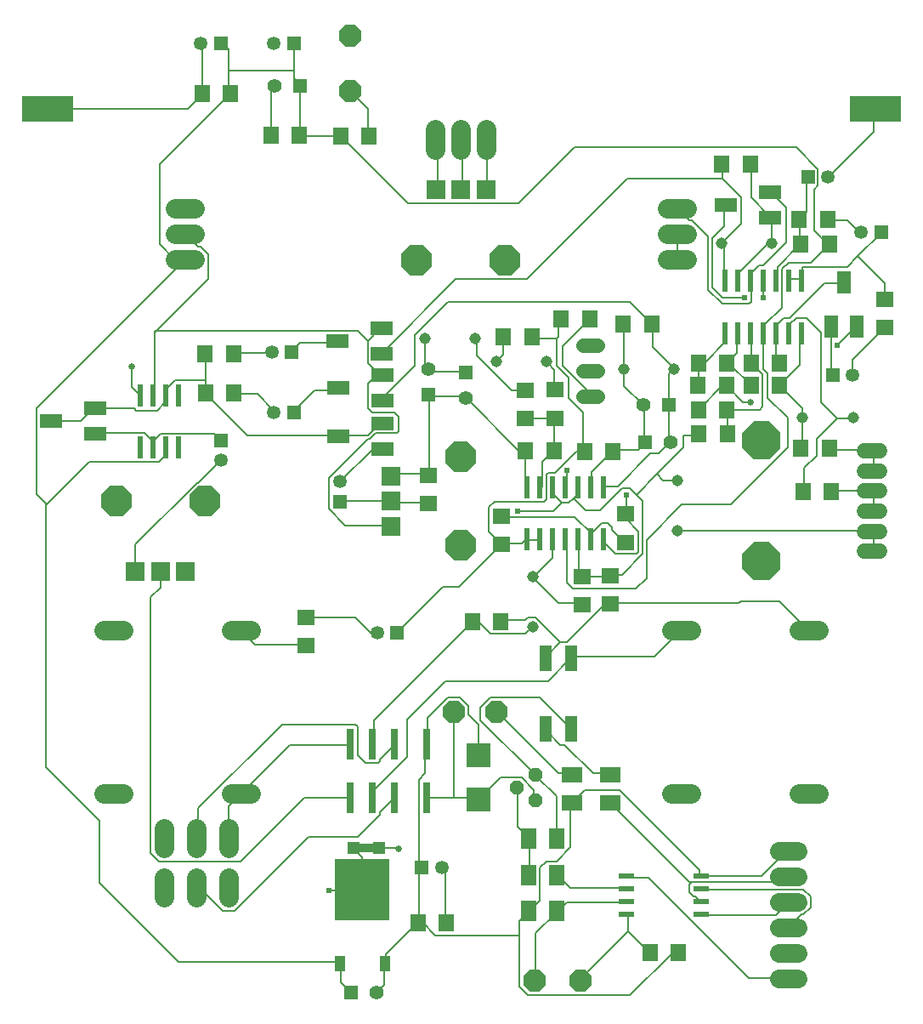
<source format=gbr>
G04 EAGLE Gerber X2 export*
%TF.Part,Single*%
%TF.FileFunction,Copper,L1,Top,Mixed*%
%TF.FilePolarity,Positive*%
%TF.GenerationSoftware,Autodesk,EAGLE,9.2.2*%
%TF.CreationDate,2019-03-12T13:45:35Z*%
G75*
%MOMM*%
%FSLAX34Y34*%
%LPD*%
%INTop Copper*%
%AMOC8*
5,1,8,0,0,1.08239X$1,22.5*%
G01*
%ADD10C,1.143000*%
%ADD11R,1.350000X1.350000*%
%ADD12C,1.350000*%
%ADD13R,1.600000X1.800000*%
%ADD14R,1.800000X1.600000*%
%ADD15C,1.408000*%
%ADD16R,1.408000X1.408000*%
%ADD17R,0.600000X2.200000*%
%ADD18C,1.950000*%
%ADD19R,0.800000X3.100000*%
%ADD20P,2.336880X8X112.500000*%
%ADD21R,1.270000X2.540000*%
%ADD22R,1.600000X1.803000*%
%ADD23R,2.184400X1.320800*%
%ADD24R,1.803000X1.600000*%
%ADD25R,1.320800X2.184400*%
%ADD26R,2.000000X1.600000*%
%ADD27R,1.600000X2.000000*%
%ADD28R,1.000000X1.600000*%
%ADD29R,5.400000X6.200000*%
%ADD30R,1.549400X0.533400*%
%ADD31R,1.879600X1.879600*%
%ADD32P,3.247170X8X292.500000*%
%ADD33P,2.336880X8X22.500000*%
%ADD34P,2.336880X8X202.500000*%
%ADD35R,2.400000X2.400000*%
%ADD36R,1.270000X1.270000*%
%ADD37C,0.812800*%
%ADD38C,1.508000*%
%ADD39P,4.123906X8X292.500000*%
%ADD40C,1.879600*%
%ADD41R,5.080000X2.540000*%
%ADD42P,1.429621X8X112.500000*%
%ADD43P,3.247170X8X202.500000*%
%ADD44C,1.955800*%
%ADD45P,3.247170X8X112.500000*%
%ADD46C,1.422400*%
%ADD47C,0.203200*%
%ADD48C,0.604800*%
%ADD49C,0.654800*%


D10*
X513722Y384460D03*
X513722Y434460D03*
D11*
X812551Y635345D03*
D12*
X832551Y635345D03*
D11*
X273939Y658477D03*
D12*
X253939Y658477D03*
D13*
X679574Y576956D03*
X707574Y576956D03*
D10*
X782905Y592749D03*
X832905Y592749D03*
X527562Y648635D03*
X477562Y648635D03*
D11*
X321794Y509377D03*
D12*
X321794Y529377D03*
D11*
X788182Y832407D03*
D12*
X808182Y832407D03*
D11*
X861071Y777583D03*
D12*
X841071Y777583D03*
D10*
X604711Y641405D03*
X654711Y641405D03*
D11*
X276089Y598484D03*
D12*
X256089Y598484D03*
D10*
X657859Y530638D03*
X657859Y480638D03*
D11*
X203425Y570566D03*
D12*
X203425Y550566D03*
D11*
X378902Y378804D03*
D12*
X358902Y378804D03*
D14*
X591425Y435479D03*
X591425Y407479D03*
D11*
X276037Y965820D03*
D12*
X256037Y965820D03*
D13*
X184396Y915428D03*
X212396Y915428D03*
X399453Y90453D03*
X427453Y90453D03*
D11*
X403109Y144963D03*
D12*
X423109Y144963D03*
D11*
X203287Y965665D03*
D12*
X183287Y965665D03*
D13*
X280920Y874103D03*
X252920Y874103D03*
D15*
X357957Y20706D03*
D16*
X332557Y20706D03*
D15*
X256960Y923048D03*
D16*
X282360Y923048D03*
D17*
X521232Y471705D03*
X521232Y523705D03*
X508532Y471705D03*
X533932Y471705D03*
X546632Y471705D03*
X508532Y523705D03*
X533932Y523705D03*
X546632Y523705D03*
X572032Y471705D03*
X572032Y523705D03*
X559332Y471705D03*
X584732Y471705D03*
X559332Y523705D03*
X584732Y523705D03*
X718251Y677263D03*
X718251Y729263D03*
X705551Y677263D03*
X730951Y677263D03*
X743651Y677263D03*
X705551Y729263D03*
X730951Y729263D03*
X743651Y729263D03*
X769051Y677263D03*
X769051Y729263D03*
X756351Y677263D03*
X781751Y677263D03*
X756351Y729263D03*
X781751Y729263D03*
D18*
X106250Y218850D02*
X86750Y218850D01*
X86750Y381150D02*
X106250Y381150D01*
X213750Y218850D02*
X233250Y218850D01*
X233250Y381150D02*
X213750Y381150D01*
D19*
X408205Y267599D03*
X376205Y267599D03*
X354205Y267599D03*
X332205Y267599D03*
X408205Y214599D03*
X376205Y214599D03*
X354205Y214599D03*
X332205Y214599D03*
D20*
X515874Y32854D03*
X561679Y32854D03*
D21*
X526483Y283179D03*
X551883Y283179D03*
X551883Y353179D03*
X526483Y353179D03*
D18*
X778750Y381150D02*
X798250Y381150D01*
X798250Y218850D02*
X778750Y218850D01*
X671250Y381150D02*
X651750Y381150D01*
X651750Y218850D02*
X671250Y218850D01*
D22*
X706993Y624985D03*
X678553Y624985D03*
D23*
X750408Y792147D03*
X706408Y804877D03*
X750408Y817607D03*
X363686Y656399D03*
X319686Y669129D03*
X363686Y681859D03*
D24*
X536457Y620752D03*
X536457Y592312D03*
D22*
X535225Y560010D03*
X506785Y560010D03*
D23*
X364540Y609573D03*
X320540Y622303D03*
X364540Y635033D03*
D22*
X604107Y686424D03*
X632547Y686424D03*
X809189Y765476D03*
X780749Y765476D03*
X730724Y845148D03*
X702284Y845148D03*
D25*
X810893Y684048D03*
X823623Y728048D03*
X836353Y684048D03*
D24*
X864531Y710902D03*
X864531Y682462D03*
X288000Y394220D03*
X288000Y365780D03*
D23*
X77998Y576990D03*
X33998Y589720D03*
X77998Y602450D03*
D26*
X553327Y237285D03*
X553327Y209285D03*
D22*
X678935Y601007D03*
X707375Y601007D03*
X807929Y790055D03*
X779489Y790055D03*
X707297Y647430D03*
X678857Y647430D03*
D27*
X537699Y173758D03*
X509699Y173758D03*
D22*
X759743Y624832D03*
X731303Y624832D03*
X811403Y519796D03*
X782963Y519796D03*
X809293Y562512D03*
X780853Y562512D03*
D27*
X509699Y137862D03*
X537699Y137862D03*
D26*
X590727Y237434D03*
X590727Y209434D03*
D22*
X453780Y390000D03*
X482220Y390000D03*
X731427Y647449D03*
X759867Y647449D03*
X565602Y559432D03*
X594042Y559432D03*
D24*
X562917Y406603D03*
X562917Y435043D03*
D22*
X513214Y673783D03*
X484774Y673783D03*
X542394Y691388D03*
X570834Y691388D03*
D28*
X321513Y49774D03*
X367113Y49774D03*
D29*
X344313Y122774D03*
D30*
X607481Y136458D03*
X607481Y123758D03*
X607481Y111058D03*
X607481Y98358D03*
X681649Y98358D03*
X681649Y111058D03*
X681649Y123758D03*
X681649Y136458D03*
D31*
X168000Y440000D03*
X143000Y440000D03*
X118000Y440000D03*
D32*
X187000Y510000D03*
X99000Y510000D03*
D33*
X332290Y918003D03*
D34*
X332290Y973295D03*
D35*
X460171Y257116D03*
X460171Y213116D03*
D36*
X335188Y164867D03*
X360588Y164867D03*
D37*
X335188Y164867D01*
D38*
X844462Y539996D02*
X859542Y539996D01*
X859542Y559996D02*
X844462Y559996D01*
X844462Y459996D02*
X859542Y459996D01*
X859542Y519996D02*
X844462Y519996D01*
X844462Y499996D02*
X859542Y499996D01*
X859542Y479996D02*
X844462Y479996D01*
D39*
X742002Y569996D03*
X742002Y449996D03*
D40*
X759298Y161666D02*
X778094Y161666D01*
X778094Y136266D02*
X759298Y136266D01*
X759298Y110866D02*
X778094Y110866D01*
X778094Y85466D02*
X759298Y85466D01*
X759298Y60066D02*
X778094Y60066D01*
X778094Y34666D02*
X759298Y34666D01*
D18*
X146800Y115500D02*
X146800Y135000D01*
X178800Y135000D02*
X178800Y115500D01*
X210800Y115500D02*
X210800Y135000D01*
X210800Y165000D02*
X210800Y184500D01*
X178800Y184500D02*
X178800Y165000D01*
X146800Y165000D02*
X146800Y184500D01*
D10*
X702253Y766759D03*
X752253Y766759D03*
D41*
X855323Y900000D03*
X30529Y900000D03*
D42*
X516971Y237414D03*
X497921Y224714D03*
X516971Y212014D03*
D13*
X350791Y873022D03*
X322791Y873022D03*
D27*
X537699Y101966D03*
X509699Y101966D03*
D24*
X506739Y591943D03*
X506739Y620383D03*
D15*
X409773Y641036D03*
D16*
X409773Y615636D03*
D15*
X447437Y612644D03*
D16*
X447437Y638044D03*
D15*
X651406Y568795D03*
D16*
X626006Y568795D03*
D15*
X623884Y605694D03*
D16*
X649284Y605694D03*
D10*
X406382Y672032D03*
X456382Y672032D03*
D22*
X215728Y656933D03*
X187288Y656933D03*
X187898Y617508D03*
X216338Y617508D03*
D31*
X372500Y535000D03*
X372500Y510000D03*
X372500Y485000D03*
D43*
X442500Y554000D03*
X442500Y466000D03*
D23*
X364357Y561834D03*
X320357Y574564D03*
X364357Y587294D03*
D24*
X482818Y466620D03*
X482818Y495060D03*
X606637Y468766D03*
X606637Y497206D03*
D17*
X148250Y615223D03*
X148250Y563223D03*
X160950Y615223D03*
X135550Y615223D03*
X122850Y615223D03*
X160950Y563223D03*
X135550Y563223D03*
X122850Y563223D03*
D13*
X659112Y60270D03*
X631112Y60270D03*
D33*
X477780Y300331D03*
X435292Y300368D03*
D24*
X409972Y507407D03*
X409972Y535847D03*
D44*
X647613Y800970D02*
X667171Y800970D01*
X667171Y775570D02*
X647613Y775570D01*
X647613Y750170D02*
X667171Y750170D01*
X177171Y800970D02*
X157613Y800970D01*
X157613Y775570D02*
X177171Y775570D01*
X177171Y750170D02*
X157613Y750170D01*
X416592Y860109D02*
X416592Y879667D01*
X441992Y879667D02*
X441992Y860109D01*
X467392Y860109D02*
X467392Y879667D01*
D31*
X467500Y820000D03*
X442500Y820000D03*
X417500Y820000D03*
D45*
X486500Y750000D03*
X398500Y750000D03*
D46*
X563798Y613850D02*
X578022Y613850D01*
X578022Y639250D02*
X563798Y639250D01*
X563798Y664650D02*
X578022Y664650D01*
D47*
X780318Y767416D02*
X780318Y789867D01*
X779489Y790055D01*
X780318Y767416D02*
X780749Y765476D01*
X757867Y742924D02*
X757867Y730678D01*
X757867Y742924D02*
X780318Y765375D01*
X757867Y730678D02*
X756351Y729263D01*
X780318Y765375D02*
X780749Y765476D01*
X786441Y798031D02*
X786441Y830687D01*
X786441Y798031D02*
X780318Y791908D01*
X786441Y830687D02*
X788182Y832407D01*
X780318Y791908D02*
X779489Y790055D01*
X561931Y408200D02*
X539480Y408200D01*
X514988Y432692D01*
X561931Y408200D02*
X562917Y406603D01*
X514988Y432692D02*
X513722Y434460D01*
X533357Y453102D02*
X533357Y471471D01*
X533357Y453102D02*
X514988Y434733D01*
X533357Y471471D02*
X533932Y471705D01*
X514988Y434733D02*
X513722Y434460D01*
X459881Y389831D02*
X455799Y389831D01*
X459881Y389831D02*
X472127Y377585D01*
X506824Y377585D01*
X512947Y383708D01*
X455799Y389831D02*
X453780Y390000D01*
X512947Y383708D02*
X513722Y384460D01*
X355790Y291863D02*
X355790Y269412D01*
X355790Y291863D02*
X453758Y389831D01*
X355790Y269412D02*
X354205Y267599D01*
X453758Y389831D02*
X453780Y390000D01*
X836353Y684048D02*
X837466Y685776D01*
X704801Y783744D02*
X704801Y804154D01*
X704801Y783744D02*
X692555Y771498D01*
X692555Y722514D01*
X702760Y712309D01*
X725211Y712309D01*
X704801Y804154D02*
X706408Y804877D01*
X835425Y683735D02*
X817056Y665366D01*
X835425Y683735D02*
X836353Y684048D01*
D48*
X725211Y712309D03*
X817056Y665366D03*
D47*
X702913Y624985D02*
X678935Y601007D01*
X723368Y608611D02*
X731210Y608611D01*
D49*
X731210Y608611D03*
D47*
X723368Y608611D02*
X706993Y624985D01*
X832551Y635345D02*
X833384Y636792D01*
X832551Y650482D02*
X864531Y682462D01*
X832551Y650482D02*
X832551Y635345D01*
X810933Y636792D02*
X810933Y683735D01*
X810893Y684048D01*
X810933Y636792D02*
X812551Y635345D01*
X757867Y677612D02*
X757867Y685776D01*
X757867Y677612D02*
X756351Y677263D01*
X756533Y650783D02*
X759867Y647449D01*
X804810Y726596D02*
X823179Y726596D01*
X804810Y726596D02*
X770113Y691899D01*
X763990Y691899D01*
X757867Y685776D01*
X823179Y726596D02*
X823623Y728048D01*
X757867Y685776D02*
X756351Y677263D01*
X755826Y675571D02*
X755826Y651751D01*
X759867Y647449D01*
X755826Y675571D02*
X756351Y677263D01*
X704801Y675571D02*
X704801Y667407D01*
X704801Y675571D02*
X705551Y677263D01*
X704801Y667407D02*
X686432Y649038D01*
X704801Y667407D02*
X705551Y677263D01*
X678857Y647430D02*
X678857Y625289D01*
X678553Y624985D01*
X708095Y644956D02*
X707297Y647430D01*
X707170Y647309D01*
X717047Y657202D02*
X717047Y675571D01*
X717047Y657202D02*
X708883Y649038D01*
X717047Y675571D02*
X718251Y677263D01*
X708883Y649038D02*
X707297Y647430D01*
X709138Y646997D02*
X731303Y624832D01*
X709138Y646997D02*
X708883Y646997D01*
X706842Y646997D01*
X707297Y647430D02*
X708883Y646997D01*
X729293Y677612D02*
X729293Y685776D01*
X729293Y677612D02*
X730951Y677263D01*
X731427Y647449D02*
X731516Y645434D01*
X731334Y647476D02*
X731334Y675571D01*
X731334Y647476D02*
X731427Y647449D01*
X731334Y675571D02*
X730951Y677263D01*
X742571Y603790D02*
X739788Y601007D01*
X709441Y601007D01*
X707375Y601007D01*
X742571Y636305D02*
X731427Y647449D01*
X742571Y636305D02*
X742571Y603790D01*
X707574Y599140D02*
X707574Y576956D01*
X707574Y599140D02*
X709441Y601007D01*
X782359Y591890D02*
X782359Y563316D01*
X780853Y562512D01*
X782359Y591890D02*
X782905Y592749D01*
X782359Y593931D01*
X780318Y675571D02*
X781751Y677263D01*
X782359Y602216D02*
X782359Y591890D01*
X782359Y602216D02*
X759743Y624832D01*
X780318Y645406D01*
X780318Y675571D01*
X784400Y542906D02*
X784400Y520455D01*
X784400Y542906D02*
X796646Y555152D01*
X796646Y571480D01*
X817056Y591890D01*
X831343Y591890D01*
X784400Y520455D02*
X782963Y519796D01*
X831343Y591890D02*
X832905Y592749D01*
X770113Y677612D02*
X770113Y685776D01*
X776236Y691899D01*
X786441Y691899D01*
X800728Y677612D01*
X800728Y608218D01*
X817056Y591890D01*
X770113Y677612D02*
X769051Y677263D01*
X127198Y577603D02*
X78214Y577603D01*
X127198Y577603D02*
X135362Y569439D01*
X135362Y563316D01*
X78214Y577603D02*
X77998Y576990D01*
X135362Y563316D02*
X135550Y563223D01*
X197001Y576990D02*
X203425Y570566D01*
X197001Y576990D02*
X165518Y576990D01*
X165220Y577289D01*
X143212Y577289D01*
X135362Y569439D01*
X286396Y214305D02*
X223125Y151034D01*
X141485Y151034D01*
X133321Y159198D01*
X133321Y414080D01*
X143000Y423759D02*
X143000Y440000D01*
X143000Y423759D02*
X133321Y414080D01*
X286396Y214305D02*
X331911Y214305D01*
X332205Y214599D01*
X812974Y520455D02*
X851753Y520455D01*
X812974Y520455D02*
X811403Y519796D01*
X851753Y520455D02*
X852002Y519996D01*
X853794Y518414D02*
X853794Y500045D01*
X852002Y499996D01*
X853794Y518414D02*
X852002Y519996D01*
X851753Y561275D02*
X810933Y561275D01*
X809293Y562512D01*
X851753Y561275D02*
X852002Y559996D01*
X853794Y559234D02*
X853794Y540865D01*
X852002Y539996D01*
X853794Y559234D02*
X852002Y559996D01*
X702760Y830687D02*
X702760Y844974D01*
X702760Y830687D02*
X721129Y812318D01*
X721129Y785785D01*
X702760Y767416D01*
X702760Y844974D02*
X702284Y845148D01*
X702760Y767416D02*
X702253Y766759D01*
X704801Y763334D02*
X704801Y730678D01*
X704801Y763334D02*
X702760Y765375D01*
X704801Y730678D02*
X705551Y729263D01*
X702760Y765375D02*
X702253Y766759D01*
X702760Y830687D02*
X608128Y830687D01*
X508119Y730678D01*
X437430Y730678D01*
X363686Y656934D01*
X363686Y656399D01*
X731334Y812318D02*
X731334Y844974D01*
X731334Y812318D02*
X749703Y793949D01*
X731334Y844974D02*
X730724Y845148D01*
X749703Y793949D02*
X750408Y792147D01*
X719088Y736801D02*
X719088Y730678D01*
X719088Y736801D02*
X747662Y765375D01*
X751744Y765375D01*
X719088Y730678D02*
X718251Y729263D01*
X751744Y765375D02*
X752253Y766759D01*
X751744Y767416D02*
X751744Y791908D01*
X750408Y792147D01*
X751744Y767416D02*
X752253Y766759D01*
X478250Y649038D02*
X477562Y648635D01*
X483602Y678538D02*
X482410Y679730D01*
X482332Y677262D02*
X482332Y673880D01*
X482332Y677262D02*
X483602Y678531D01*
X483602Y678538D01*
X484548Y671664D02*
X484774Y671438D01*
X484548Y671664D02*
X482332Y673880D01*
X484774Y655847D02*
X477562Y648635D01*
X484774Y655847D02*
X484774Y673783D01*
X484548Y671664D02*
X484373Y671489D01*
X484774Y673783D01*
X535398Y640874D02*
X535398Y622505D01*
X535398Y640874D02*
X529275Y646997D01*
X535398Y622505D02*
X536457Y620752D01*
X529275Y646997D02*
X527562Y648635D01*
X535398Y591890D02*
X506824Y591890D01*
X506739Y591943D01*
X535398Y591890D02*
X535398Y561275D01*
X535225Y560010D01*
X535398Y591890D02*
X536457Y592312D01*
X523152Y549029D02*
X523152Y524537D01*
X523152Y549029D02*
X533357Y559234D01*
X523152Y524537D02*
X521232Y523705D01*
X533357Y559234D02*
X535225Y560010D01*
X682350Y97968D02*
X755826Y97968D01*
X768072Y110214D01*
X682350Y97968D02*
X681649Y98358D01*
X768072Y110214D02*
X768696Y110866D01*
X680309Y112255D02*
X676227Y116337D01*
X674186Y116337D01*
X670104Y120419D01*
X670104Y128583D01*
X672145Y130624D01*
X763990Y130624D01*
X768072Y134706D01*
X681649Y111058D02*
X680309Y112255D01*
X768072Y134706D02*
X768696Y136266D01*
X670104Y130624D02*
X592546Y208182D01*
X670104Y130624D02*
X672145Y130624D01*
X592546Y208182D02*
X590727Y209434D01*
X783257Y123330D02*
X790558Y116029D01*
X790558Y105703D01*
X783257Y98402D01*
X781632Y98402D01*
X768696Y85466D01*
X682077Y123330D02*
X681649Y123758D01*
X682077Y123330D02*
X783257Y123330D01*
X629284Y134706D02*
X608874Y134706D01*
X629284Y134706D02*
X729293Y34697D01*
X768072Y34697D01*
X608874Y134706D02*
X607481Y136458D01*
X768072Y34697D02*
X768696Y34666D01*
X551726Y238797D02*
X539480Y238797D01*
X478250Y300027D01*
X551726Y238797D02*
X553327Y237285D01*
X478250Y300027D02*
X477780Y300331D01*
X435389Y214305D02*
X408856Y214305D01*
X435389Y214305D02*
X459881Y214305D01*
X460171Y213116D01*
X408856Y214305D02*
X408205Y214599D01*
X514988Y212264D02*
X514988Y222469D01*
X502742Y234715D01*
X482332Y234715D01*
X461922Y214305D01*
X514988Y212264D02*
X516971Y212014D01*
X461922Y214305D02*
X460171Y213116D01*
X435389Y214305D02*
X435389Y300027D01*
X435292Y300368D01*
X510906Y173485D02*
X510906Y138788D01*
X509699Y137862D01*
X510906Y173485D02*
X509699Y173758D01*
X498660Y185731D02*
X498660Y224510D01*
X498660Y185731D02*
X508865Y175526D01*
X498660Y224510D02*
X497921Y224714D01*
X508865Y175526D02*
X509699Y173758D01*
X551726Y124501D02*
X606833Y124501D01*
X551726Y124501D02*
X539480Y136747D01*
X606833Y124501D02*
X607481Y123758D01*
X539480Y136747D02*
X537699Y137862D01*
X459881Y257166D02*
X459881Y287781D01*
X449676Y297986D01*
X449676Y306150D01*
X441512Y314314D01*
X429266Y314314D01*
X408856Y293904D01*
X408856Y269412D01*
X459881Y257166D02*
X460171Y257116D01*
X408856Y269412D02*
X408205Y267599D01*
X365995Y48984D02*
X365995Y28574D01*
X359872Y22451D01*
X365995Y48984D02*
X367113Y49774D01*
X359872Y22451D02*
X357957Y20706D01*
X400692Y91845D02*
X400692Y142870D01*
X402733Y144911D01*
X400692Y91845D02*
X399453Y90453D01*
X402733Y144911D02*
X403109Y144963D01*
X368036Y59189D02*
X368036Y51025D01*
X368036Y59189D02*
X398651Y89804D01*
X368036Y51025D02*
X367113Y49774D01*
X398651Y89804D02*
X399453Y90453D01*
X406815Y238797D02*
X406815Y267371D01*
X406815Y238797D02*
X400692Y232674D01*
X400692Y148993D01*
X402733Y146952D01*
X406815Y267371D02*
X408205Y267599D01*
X402733Y146952D02*
X403109Y144963D01*
X682350Y136747D02*
X741539Y136747D01*
X768072Y163280D01*
X682350Y136747D02*
X681649Y136458D01*
X768072Y163280D02*
X768696Y161666D01*
X657858Y59189D02*
X651735Y59189D01*
X610915Y18369D01*
X508865Y18369D01*
X500701Y26533D01*
X500701Y77558D02*
X500701Y91845D01*
X500701Y77558D02*
X500701Y26533D01*
X500701Y91845D02*
X508865Y100009D01*
X657858Y59189D02*
X659112Y60270D01*
X509699Y101966D02*
X508865Y100009D01*
X551726Y165321D02*
X551726Y208182D01*
X551726Y165321D02*
X537439Y151034D01*
X527234Y151034D01*
X521111Y144911D01*
X521111Y112255D01*
X510906Y102050D01*
X551726Y208182D02*
X553327Y209285D01*
X510906Y102050D02*
X509699Y101966D01*
X680309Y136747D02*
X680309Y142870D01*
X600710Y222469D01*
X566013Y222469D01*
X553767Y210223D01*
X680309Y136747D02*
X681649Y136458D01*
X553327Y209285D02*
X553767Y210223D01*
X404774Y89804D02*
X400692Y89804D01*
X404774Y89804D02*
X417020Y77558D01*
X500701Y77558D01*
X400692Y89804D02*
X399453Y90453D01*
X547644Y110214D02*
X606833Y110214D01*
X547644Y110214D02*
X539480Y102050D01*
X606833Y110214D02*
X607481Y111058D01*
X539480Y102050D02*
X537699Y101966D01*
X517029Y79599D02*
X517029Y34697D01*
X517029Y79599D02*
X537439Y100009D01*
X517029Y34697D02*
X515874Y32854D01*
X537439Y100009D02*
X537699Y101966D01*
X574177Y238797D02*
X590505Y238797D01*
X574177Y238797D02*
X545603Y267371D01*
X541521Y267371D01*
X527234Y281658D01*
X590505Y238797D02*
X590727Y237434D01*
X527234Y281658D02*
X526483Y283179D01*
X331298Y267371D02*
X272109Y267371D01*
X225166Y220428D01*
X331298Y267371D02*
X332205Y267599D01*
X225166Y220428D02*
X223500Y218850D01*
X210879Y206141D02*
X210879Y165321D01*
X210879Y206141D02*
X223125Y218387D01*
X210879Y165321D02*
X210800Y165000D01*
X223125Y218387D02*
X223500Y218850D01*
X361913Y200018D02*
X376200Y214305D01*
X361913Y200018D02*
X361913Y197977D01*
X339462Y175526D01*
X290478Y175526D01*
X217002Y102050D01*
X204756Y102050D01*
X180264Y126542D01*
X180264Y134706D01*
X376200Y214305D02*
X376205Y214599D01*
X180264Y134706D02*
X178800Y135000D01*
X352530Y378804D02*
X358902Y378804D01*
X352530Y378804D02*
X337114Y394220D01*
X288000Y394220D01*
X376200Y267371D02*
X361913Y253084D01*
X361913Y251043D01*
X359872Y249002D01*
X347626Y249002D01*
X339462Y257166D01*
X339462Y285740D01*
X337421Y287781D01*
X263945Y287781D01*
X180264Y204100D01*
X180264Y165321D01*
X376200Y267371D02*
X376205Y267599D01*
X180264Y165321D02*
X178800Y165000D01*
X553767Y355134D02*
X635407Y355134D01*
X659899Y379626D01*
X553767Y355134D02*
X551883Y353179D01*
X659899Y379626D02*
X661500Y381150D01*
X355790Y222469D02*
X355790Y216346D01*
X355790Y222469D02*
X388414Y255093D01*
X388414Y292179D01*
X426877Y330642D01*
X529275Y330642D01*
X551726Y353093D01*
X355790Y216346D02*
X354205Y214599D01*
X551726Y353093D02*
X551883Y353179D01*
X553767Y422487D02*
X547644Y428610D01*
X627243Y433302D02*
X627243Y471391D01*
X627243Y433302D02*
X616428Y422487D01*
X553767Y422487D01*
X627243Y471391D02*
X662319Y506467D01*
X210879Y938860D02*
X210879Y959270D01*
X210879Y938860D02*
X210879Y916409D01*
X210879Y959270D02*
X204756Y965393D01*
X210879Y916409D02*
X212396Y915428D01*
X204756Y965393D02*
X203287Y965665D01*
X282314Y873548D02*
X321093Y873548D01*
X322791Y873022D01*
X282314Y873548D02*
X280920Y874103D01*
X276191Y930696D02*
X276191Y938860D01*
X276191Y965393D01*
X276191Y930696D02*
X282314Y924573D01*
X276191Y965393D02*
X276037Y965820D01*
X282314Y924573D02*
X282360Y923048D01*
X282314Y922532D02*
X282314Y875589D01*
X280920Y874103D01*
X282314Y922532D02*
X282360Y923048D01*
X276191Y938860D02*
X210879Y938860D01*
X323134Y48984D02*
X323134Y30615D01*
X331298Y22451D01*
X323134Y48984D02*
X321513Y49774D01*
X331298Y22451D02*
X332557Y20706D01*
X149649Y563316D02*
X148250Y563223D01*
X161235Y51025D02*
X321093Y51025D01*
X161235Y51025D02*
X82538Y129721D01*
X82538Y191618D01*
X29230Y244926D01*
X29230Y506168D01*
X29935Y506873D02*
X72091Y549029D01*
X29935Y506873D02*
X29230Y506168D01*
X72091Y549029D02*
X141485Y549029D01*
X147608Y555152D01*
X147608Y561275D01*
X321093Y51025D02*
X321513Y49774D01*
X147608Y561275D02*
X148250Y563223D01*
X280273Y873548D02*
X280920Y874103D01*
X20010Y516797D02*
X29935Y506873D01*
X20010Y602288D02*
X167392Y750170D01*
X20010Y602288D02*
X20010Y516797D01*
X157027Y750170D02*
X167392Y750170D01*
X157027Y750170D02*
X142114Y765702D01*
X142114Y845147D02*
X212396Y915428D01*
X142114Y845147D02*
X142114Y765702D01*
X322791Y873022D02*
X389617Y806195D01*
X547644Y470693D02*
X547644Y428610D01*
X547644Y470693D02*
X546632Y471705D01*
X711223Y506467D02*
X768072Y563316D01*
X711223Y506467D02*
X662319Y506467D01*
X808892Y764306D02*
X808892Y765375D01*
X745621Y685776D02*
X745621Y677612D01*
X808892Y765375D02*
X809189Y765476D01*
X745621Y677612D02*
X743651Y677263D01*
X745621Y685776D02*
X741539Y685776D01*
X745621Y685776D02*
X743651Y677263D01*
X743651Y640998D01*
X747791Y636858D01*
X747791Y612919D01*
X768072Y592638D01*
X768072Y563316D01*
X499830Y806195D02*
X555859Y862224D01*
X797998Y840427D02*
X797998Y824387D01*
X793955Y779243D02*
X808892Y764306D01*
X793955Y820344D02*
X797998Y824387D01*
X793955Y820344D02*
X793955Y779243D01*
X797998Y840427D02*
X776201Y862224D01*
X555859Y862224D01*
X499830Y806195D02*
X389617Y806195D01*
X790968Y747255D02*
X809189Y765476D01*
X790968Y747255D02*
X768707Y747255D01*
X762417Y740965D01*
X762417Y702572D01*
X745621Y685776D01*
X590505Y406159D02*
X584382Y406159D01*
X547644Y369421D01*
X541521Y369421D01*
X527234Y355134D01*
X590505Y406159D02*
X591425Y407479D01*
X527234Y355134D02*
X526483Y353179D01*
X506824Y391872D02*
X482332Y391872D01*
X506824Y391872D02*
X508865Y393913D01*
X517029Y393913D01*
X541521Y369421D01*
X482220Y390000D02*
X482332Y391872D01*
X184346Y916409D02*
X184346Y965393D01*
X184346Y916409D02*
X184396Y915428D01*
X184346Y965393D02*
X183287Y965665D01*
X253740Y920491D02*
X253740Y875589D01*
X253740Y920491D02*
X255781Y922532D01*
X253740Y875589D02*
X252920Y874103D01*
X255781Y922532D02*
X256960Y923048D01*
X237412Y367380D02*
X286396Y367380D01*
X237412Y367380D02*
X225166Y379626D01*
X286396Y367380D02*
X288000Y365780D01*
X225166Y379626D02*
X223500Y381150D01*
X122850Y615223D02*
X123116Y616382D01*
X167392Y800970D02*
X165977Y802113D01*
X547644Y540865D02*
X547644Y524537D01*
X546632Y523705D01*
X170059Y900081D02*
X31271Y900081D01*
X170059Y900081D02*
X184346Y914368D01*
X31271Y900081D02*
X30529Y900000D01*
X184346Y914368D02*
X184396Y915428D01*
X310888Y122460D02*
X343544Y122460D01*
X344313Y122774D01*
X592546Y408200D02*
X719088Y408200D01*
X721129Y410241D01*
X759908Y410241D01*
X788482Y381667D01*
X592546Y408200D02*
X591425Y407479D01*
X788482Y381667D02*
X788500Y381150D01*
D48*
X547644Y540865D03*
X310888Y122460D03*
D47*
X344313Y155742D02*
X335188Y164867D01*
X344313Y155742D02*
X344313Y122774D01*
X122850Y615223D02*
X114576Y623496D01*
X114576Y643942D01*
D49*
X114576Y643942D03*
D47*
X808892Y789867D02*
X827261Y789867D01*
X839507Y777621D01*
X808892Y789867D02*
X807929Y790055D01*
X839507Y777621D02*
X841071Y777583D01*
X743580Y728637D02*
X743580Y712309D01*
X743580Y728637D02*
X743651Y729263D01*
X853794Y877630D02*
X853794Y898040D01*
X853794Y877630D02*
X808892Y832728D01*
X853794Y898040D02*
X855323Y900000D01*
X808892Y832728D02*
X808182Y832407D01*
D48*
X743580Y712309D03*
D47*
X608874Y97968D02*
X608874Y81640D01*
X629284Y61230D01*
X608874Y97968D02*
X607481Y98358D01*
X629284Y61230D02*
X631112Y60270D01*
X427225Y91845D02*
X427225Y140829D01*
X423143Y144911D01*
X427225Y91845D02*
X427453Y90453D01*
X423143Y144911D02*
X423109Y144963D01*
X537439Y175526D02*
X537439Y216346D01*
X517029Y236756D01*
X537439Y175526D02*
X537699Y173758D01*
X517029Y236756D02*
X516971Y237414D01*
X551726Y283699D02*
X521111Y314314D01*
X472127Y314314D01*
X461922Y304109D01*
X461922Y291863D01*
X514988Y238797D01*
X551883Y283179D02*
X551726Y283699D01*
X516971Y237414D02*
X514988Y238797D01*
X608874Y81640D02*
X561931Y34697D01*
X561679Y32854D01*
X379002Y164867D02*
X360588Y164867D01*
X379002Y164867D02*
X380258Y163610D01*
D49*
X380258Y163610D03*
D47*
X137403Y677811D02*
X137403Y679653D01*
X137403Y677811D02*
X137403Y616382D01*
X135550Y615223D01*
X165977Y773539D02*
X167392Y775570D01*
X359872Y636792D02*
X363954Y636792D01*
X359872Y636792D02*
X349667Y646997D01*
X349667Y669448D01*
X361913Y681694D01*
X363954Y636792D02*
X364540Y635033D01*
X361913Y681694D02*
X363686Y681859D01*
X372118Y485758D02*
X327216Y485758D01*
X310888Y502086D01*
X310888Y532701D01*
X349667Y571480D01*
X351708Y571480D01*
X357831Y577603D01*
X378241Y577603D01*
X380282Y579644D01*
X380282Y593931D01*
X376200Y598013D01*
X353749Y598013D01*
X349667Y602095D01*
X349667Y626587D01*
X359872Y636792D01*
X372118Y485758D02*
X372500Y485000D01*
X364540Y635033D02*
X359872Y636792D01*
X339462Y679653D02*
X137403Y679653D01*
X339462Y679653D02*
X349667Y669448D01*
X535398Y522496D02*
X535398Y516373D01*
X542977Y508794D02*
X543562Y508209D01*
X542977Y508794D02*
X535398Y516373D01*
X543562Y508209D02*
X549685Y508209D01*
X554439Y512963D02*
X557849Y516373D01*
X554439Y512963D02*
X549685Y508209D01*
X557849Y516373D02*
X557849Y522496D01*
X535398Y522496D02*
X533932Y523705D01*
X557849Y522496D02*
X559332Y523705D01*
X563972Y434733D02*
X590505Y434733D01*
X591425Y435479D01*
X563972Y434733D02*
X562917Y435043D01*
X559890Y438815D02*
X559890Y471471D01*
X559890Y438815D02*
X561931Y436774D01*
X559890Y471471D02*
X559332Y471705D01*
X561931Y436774D02*
X562917Y435043D01*
X566274Y501129D02*
X554439Y512963D01*
X566274Y501129D02*
X581384Y501129D01*
X602751Y522496D01*
X610915Y522496D01*
X617038Y516373D02*
X623161Y510250D01*
X617038Y516373D02*
X610915Y522496D01*
X623161Y510250D02*
X623161Y457184D01*
X602751Y436774D01*
X592546Y436774D01*
X557849Y516373D02*
X559332Y523705D01*
X592546Y436774D02*
X591425Y435479D01*
X637430Y536765D02*
X663981Y563316D01*
X637430Y536765D02*
X617038Y516373D01*
X663981Y563316D02*
X663981Y575047D01*
X534228Y500045D02*
X498660Y500045D01*
X534228Y500045D02*
X542977Y508794D01*
X535398Y516373D02*
X533932Y523705D01*
D48*
X498660Y500045D03*
D47*
X190516Y755491D02*
X182992Y763015D01*
X180447Y763015D02*
X167392Y775570D01*
X180447Y763015D02*
X182992Y763015D01*
X190516Y755491D02*
X190516Y730924D01*
X137403Y677811D01*
X637430Y536765D02*
X643557Y530638D01*
X770113Y730678D02*
X780318Y730678D01*
X770113Y730678D02*
X769051Y729263D01*
X780318Y730678D02*
X781751Y729263D01*
X782359Y729871D02*
X782359Y743173D01*
X782359Y729871D02*
X781751Y729263D01*
X782359Y743173D02*
X827510Y743173D01*
X837892Y753555D01*
X679574Y576956D02*
X677665Y575047D01*
X663981Y575047D01*
X864531Y710902D02*
X864531Y726915D01*
X837892Y753555D01*
X657859Y530638D02*
X643557Y530638D01*
X837892Y753555D02*
X861071Y776734D01*
X861071Y777583D01*
X502742Y467389D02*
X484373Y467389D01*
X502742Y467389D02*
X506824Y471471D01*
X484373Y467389D02*
X482818Y466620D01*
X506824Y471471D02*
X508532Y471705D01*
X508865Y471471D02*
X521111Y471471D01*
X521232Y471705D01*
X508865Y471471D02*
X508532Y471705D01*
X563972Y561275D02*
X563972Y598013D01*
X549685Y612300D01*
X549685Y632710D01*
X537439Y644956D01*
X537439Y671489D01*
X563972Y561275D02*
X565602Y559432D01*
X515508Y671489D02*
X513214Y673783D01*
X515508Y671489D02*
X537439Y671489D01*
X539480Y673530D01*
X539480Y691549D01*
X540856Y692925D01*
X541521Y691899D02*
X539480Y691899D01*
X541521Y691899D02*
X542394Y691388D01*
X539480Y691549D02*
X539480Y691899D01*
X424626Y424528D02*
X378902Y378804D01*
X440726Y424528D02*
X482818Y466620D01*
X440726Y424528D02*
X424626Y424528D01*
X527866Y535975D02*
X529662Y537771D01*
X527866Y512003D02*
X525502Y509639D01*
X527866Y512003D02*
X527866Y535975D01*
X529662Y537771D02*
X535938Y537771D01*
X557598Y559432D01*
X565602Y559432D01*
X482818Y466620D02*
X470086Y479352D01*
X470086Y504127D01*
X475598Y509639D01*
X525502Y509639D01*
X180925Y528066D02*
X179517Y528066D01*
X180925Y528066D02*
X203425Y550566D01*
X118000Y466549D02*
X118000Y440000D01*
X118000Y466549D02*
X179517Y528066D01*
X852002Y479996D02*
X853794Y481676D01*
X853794Y479635D02*
X853794Y461266D01*
X852002Y459996D01*
X853794Y479635D02*
X852002Y479996D01*
X852756Y480638D02*
X657859Y480638D01*
X852756Y480638D02*
X853794Y481676D01*
X598669Y524537D02*
X586423Y524537D01*
X598669Y524537D02*
X631325Y557193D01*
X639489Y557193D01*
X649694Y567398D01*
X586423Y524537D02*
X584732Y523705D01*
X649694Y567398D02*
X651406Y568795D01*
X649694Y569439D02*
X649694Y604136D01*
X649284Y605694D01*
X649694Y569439D02*
X651406Y568795D01*
X633366Y663325D02*
X633366Y685776D01*
X633366Y663325D02*
X653776Y642915D01*
X633366Y685776D02*
X632547Y686424D01*
X653776Y642915D02*
X654711Y641405D01*
X365995Y614341D02*
X365995Y610259D01*
X365995Y614341D02*
X396610Y644956D01*
X396610Y675571D01*
X429266Y708227D01*
X365995Y610259D02*
X364540Y609573D01*
X649694Y606177D02*
X649694Y636792D01*
X653776Y640874D01*
X649694Y606177D02*
X649284Y605694D01*
X653776Y640874D02*
X654711Y641405D01*
X632547Y686424D02*
X610744Y708227D01*
X429266Y708227D01*
X349667Y873548D02*
X349667Y900081D01*
X333339Y916409D01*
X349667Y873548D02*
X350791Y873022D01*
X333339Y916409D02*
X332290Y918003D01*
X321093Y575562D02*
X349667Y575562D01*
X359872Y585767D01*
X363954Y585767D01*
X321093Y575562D02*
X320357Y574564D01*
X363954Y585767D02*
X364357Y587294D01*
X63927Y589849D02*
X35353Y589849D01*
X63927Y589849D02*
X76173Y602095D01*
X35353Y589849D02*
X33998Y589720D01*
X76173Y602095D02*
X77998Y602450D01*
X188428Y618423D02*
X188428Y630669D01*
X188428Y655161D01*
X187288Y656933D01*
X188428Y618423D02*
X187898Y617508D01*
X149649Y616382D02*
X149649Y622505D01*
X157813Y630669D01*
X188428Y630669D01*
X149649Y616382D02*
X148250Y615223D01*
X116993Y602095D02*
X78214Y602095D01*
X116993Y602095D02*
X119034Y600054D01*
X139444Y600054D01*
X147608Y608218D01*
X147608Y614341D01*
X78214Y602095D02*
X77998Y602450D01*
X147608Y614341D02*
X148250Y615223D01*
X229248Y575562D02*
X319052Y575562D01*
X229248Y575562D02*
X188428Y616382D01*
X319052Y575562D02*
X320357Y574564D01*
X188428Y616382D02*
X187898Y617508D01*
X604792Y642915D02*
X604792Y685776D01*
X604107Y686424D01*
X604792Y642915D02*
X604711Y641405D01*
X594587Y561275D02*
X619079Y561275D01*
X625202Y567398D01*
X594587Y561275D02*
X594042Y559432D01*
X625202Y567398D02*
X626006Y568795D01*
X572136Y538824D02*
X572136Y524537D01*
X572136Y538824D02*
X592546Y559234D01*
X572136Y524537D02*
X572032Y523705D01*
X592546Y559234D02*
X594042Y559432D01*
X625202Y569439D02*
X625202Y604136D01*
X623884Y605694D01*
X625202Y569439D02*
X626006Y568795D01*
X604792Y624546D02*
X604792Y640874D01*
X604792Y624546D02*
X623161Y606177D01*
X604792Y640874D02*
X604711Y641405D01*
X623161Y606177D02*
X623884Y605694D01*
X406815Y644956D02*
X406815Y671489D01*
X406815Y644956D02*
X408856Y642915D01*
X406815Y671489D02*
X406382Y672032D01*
X408856Y642915D02*
X409773Y641036D01*
X412938Y638833D02*
X445594Y638833D01*
X412938Y638833D02*
X410897Y640874D01*
X445594Y638833D02*
X447437Y638044D01*
X410897Y640874D02*
X409773Y641036D01*
X492537Y620464D02*
X504783Y620464D01*
X492537Y620464D02*
X457840Y655161D01*
X457840Y671489D01*
X504783Y620464D02*
X506739Y620383D01*
X457840Y671489D02*
X456382Y672032D01*
X408856Y536783D02*
X374159Y536783D01*
X408856Y536783D02*
X409972Y535847D01*
X374159Y536783D02*
X372500Y535000D01*
X506824Y524537D02*
X506824Y559234D01*
X506785Y560010D01*
X506824Y524537D02*
X508532Y523705D01*
X445594Y614341D02*
X410897Y614341D01*
X445594Y614341D02*
X447437Y612644D01*
X498660Y561275D02*
X504783Y561275D01*
X498660Y561275D02*
X447635Y612300D01*
X504783Y561275D02*
X506785Y560010D01*
X447635Y612300D02*
X447437Y612644D01*
X410897Y614341D02*
X410897Y536783D01*
X409972Y535847D01*
X410897Y614341D02*
X409773Y615636D01*
X408856Y508209D02*
X374159Y508209D01*
X408856Y508209D02*
X409972Y507407D01*
X374159Y508209D02*
X372500Y510000D01*
X372118Y510250D02*
X323134Y510250D01*
X321794Y509377D01*
X372118Y510250D02*
X372500Y510000D01*
X751744Y816400D02*
X766031Y802113D01*
X766031Y767416D01*
X743580Y744965D01*
X739498Y744965D01*
X731334Y736801D01*
X731334Y730678D01*
X751744Y816400D02*
X750408Y817607D01*
X731334Y730678D02*
X730951Y729263D01*
X670104Y789867D02*
X659899Y800072D01*
X670104Y789867D02*
X672145Y789867D01*
X688473Y773539D01*
X688473Y720473D01*
X702760Y706186D01*
X729293Y706186D01*
X731334Y708227D01*
X731334Y728637D01*
X659899Y800072D02*
X657392Y800970D01*
X730951Y729263D02*
X731334Y728637D01*
X592546Y481676D02*
X604792Y469430D01*
X592546Y481676D02*
X592546Y483717D01*
X588464Y487799D01*
X582341Y487799D01*
X572136Y477594D01*
X572136Y473512D01*
X604792Y469430D02*
X606637Y468766D01*
X572032Y471705D02*
X572136Y473512D01*
X555808Y493922D02*
X484373Y493922D01*
X555808Y493922D02*
X572136Y477594D01*
X484373Y493922D02*
X482818Y495060D01*
X572136Y477594D02*
X572032Y471705D01*
X606833Y491881D02*
X606833Y495963D01*
X606833Y491881D02*
X619079Y479635D01*
X619079Y459225D01*
X617038Y457184D01*
X596628Y457184D01*
X586423Y467389D01*
X586423Y471471D01*
X606833Y495963D02*
X606637Y497206D01*
X586423Y471471D02*
X584732Y471705D01*
X606833Y498004D02*
X606833Y516373D01*
X606833Y498004D02*
X606637Y497206D01*
D48*
X606833Y516373D03*
D47*
X570095Y618423D02*
X543562Y644956D01*
X570095Y618423D02*
X570095Y614341D01*
X570910Y613850D01*
X543562Y664116D02*
X570834Y691388D01*
X543562Y664116D02*
X543562Y644956D01*
X319052Y620464D02*
X296601Y620464D01*
X276191Y600054D01*
X319052Y620464D02*
X320540Y622303D01*
X276191Y600054D02*
X276089Y598484D01*
X239453Y616382D02*
X217002Y616382D01*
X239453Y616382D02*
X255781Y600054D01*
X217002Y616382D02*
X216338Y617508D01*
X255781Y600054D02*
X256089Y598484D01*
X353749Y561275D02*
X363954Y561275D01*
X353749Y561275D02*
X323134Y530660D01*
X363954Y561275D02*
X364357Y561834D01*
X323134Y530660D02*
X321794Y529377D01*
X319052Y667407D02*
X282314Y667407D01*
X274150Y659243D01*
X319052Y667407D02*
X319686Y669129D01*
X274150Y659243D02*
X273939Y658477D01*
X253740Y657202D02*
X217002Y657202D01*
X215728Y656933D01*
X253740Y657202D02*
X253939Y658477D01*
X468045Y820482D02*
X468045Y869466D01*
X468045Y820482D02*
X467500Y820000D01*
X468045Y869466D02*
X467392Y869888D01*
X443553Y869466D02*
X443553Y820482D01*
X442500Y820000D01*
X443553Y869466D02*
X441992Y869888D01*
X419061Y869466D02*
X419061Y820482D01*
X417500Y820000D01*
X419061Y869466D02*
X416592Y869888D01*
X572136Y640874D02*
X570910Y639250D01*
X657858Y751088D02*
X657858Y773539D01*
X657858Y751088D02*
X657392Y750170D01*
X657858Y773539D02*
X657392Y775570D01*
M02*

</source>
